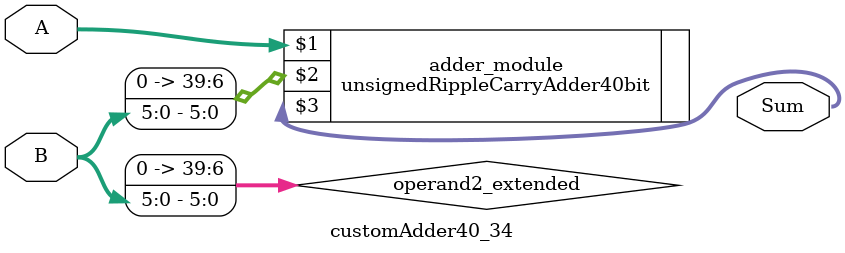
<source format=v>
module customAdder40_34(
                        input [39 : 0] A,
                        input [5 : 0] B,
                        
                        output [40 : 0] Sum
                );

        wire [39 : 0] operand2_extended;
        
        assign operand2_extended =  {34'b0, B};
        
        unsignedRippleCarryAdder40bit adder_module(
            A,
            operand2_extended,
            Sum
        );
        
        endmodule
        
</source>
